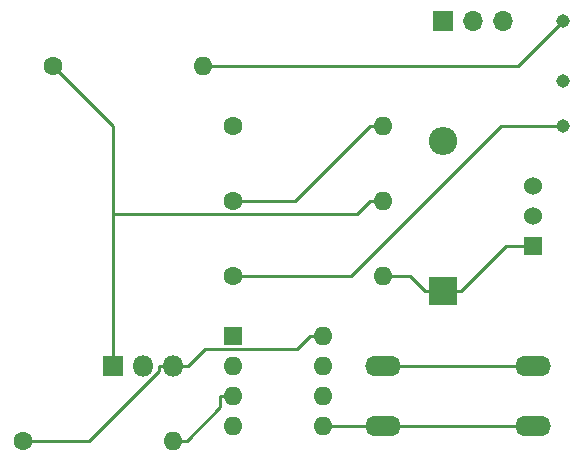
<source format=gbr>
G04 #@! TF.FileFunction,Copper,L1,Top,Signal*
%FSLAX46Y46*%
G04 Gerber Fmt 4.6, Leading zero omitted, Abs format (unit mm)*
G04 Created by KiCad (PCBNEW 4.0.5) date 02/14/17 18:00:51*
%MOMM*%
%LPD*%
G01*
G04 APERTURE LIST*
%ADD10C,0.100000*%
%ADD11R,2.400000X2.400000*%
%ADD12O,2.400000X2.400000*%
%ADD13R,1.600000X1.600000*%
%ADD14O,1.600000X1.600000*%
%ADD15R,1.700000X1.700000*%
%ADD16O,1.700000X1.700000*%
%ADD17C,1.143000*%
%ADD18C,1.524000*%
%ADD19R,1.524000X1.524000*%
%ADD20C,1.600000*%
%ADD21R,1.800000X1.800000*%
%ADD22O,1.800000X1.800000*%
%ADD23O,3.048000X1.727200*%
%ADD24C,0.250000*%
G04 APERTURE END LIST*
D10*
D11*
X179070000Y-124460000D03*
D12*
X179070000Y-111760000D03*
D13*
X161290000Y-128270000D03*
D14*
X168910000Y-135890000D03*
X161290000Y-130810000D03*
X168910000Y-133350000D03*
X161290000Y-133350000D03*
X168910000Y-130810000D03*
X161290000Y-135890000D03*
X168910000Y-128270000D03*
D15*
X179070000Y-101600000D03*
D16*
X181610000Y-101600000D03*
X184150000Y-101600000D03*
D17*
X189230000Y-110490000D03*
X189230000Y-106680000D03*
X189230000Y-101600000D03*
D18*
X186690000Y-118110000D03*
X186690000Y-115570000D03*
D19*
X186690000Y-120650000D03*
D20*
X161290000Y-123190000D03*
D14*
X173990000Y-123190000D03*
D20*
X143510000Y-137160000D03*
D14*
X156210000Y-137160000D03*
D20*
X146050000Y-105410000D03*
D14*
X158750000Y-105410000D03*
D20*
X161290000Y-116840000D03*
D14*
X173990000Y-116840000D03*
D20*
X161290000Y-110490000D03*
D14*
X173990000Y-110490000D03*
D21*
X151130000Y-130810000D03*
D22*
X153670000Y-130810000D03*
X156210000Y-130810000D03*
D23*
X186690000Y-130810000D03*
X186690000Y-135890000D03*
X173990000Y-130810000D03*
X173990000Y-135890000D03*
D24*
X176274700Y-123190000D02*
X177544700Y-124460000D01*
X173990000Y-123190000D02*
X176274700Y-123190000D01*
X179070000Y-124460000D02*
X177544700Y-124460000D01*
X184405300Y-120650000D02*
X180595300Y-124460000D01*
X186690000Y-120650000D02*
X184405300Y-120650000D01*
X179070000Y-124460000D02*
X180595300Y-124460000D01*
X166659400Y-129395300D02*
X167784700Y-128270000D01*
X158850000Y-129395300D02*
X166659400Y-129395300D01*
X157435300Y-130810000D02*
X158850000Y-129395300D01*
X156210000Y-130810000D02*
X157435300Y-130810000D01*
X168910000Y-128270000D02*
X167784700Y-128270000D01*
X154984700Y-131269500D02*
X154984700Y-130810000D01*
X149094200Y-137160000D02*
X154984700Y-131269500D01*
X143510000Y-137160000D02*
X149094200Y-137160000D01*
X156210000Y-130810000D02*
X154984700Y-130810000D01*
X166514700Y-116840000D02*
X161290000Y-116840000D01*
X172864700Y-110490000D02*
X166514700Y-116840000D01*
X173990000Y-110490000D02*
X172864700Y-110490000D01*
X171251200Y-123190000D02*
X161290000Y-123190000D01*
X183951200Y-110490000D02*
X171251200Y-123190000D01*
X189230000Y-110490000D02*
X183951200Y-110490000D01*
X160164700Y-134330600D02*
X160164700Y-133350000D01*
X157335300Y-137160000D02*
X160164700Y-134330600D01*
X156210000Y-137160000D02*
X157335300Y-137160000D01*
X161290000Y-133350000D02*
X160164700Y-133350000D01*
X173990000Y-116840000D02*
X172864700Y-116840000D01*
X171726900Y-117977800D02*
X151130000Y-117977800D01*
X172864700Y-116840000D02*
X171726900Y-117977800D01*
X151130000Y-130810000D02*
X151130000Y-117977800D01*
X151130000Y-110490000D02*
X146050000Y-105410000D01*
X151130000Y-117977800D02*
X151130000Y-110490000D01*
X173990000Y-130810000D02*
X186690000Y-130810000D01*
X173990000Y-135890000D02*
X168910000Y-135890000D01*
X186690000Y-135890000D02*
X173990000Y-135890000D01*
X185420000Y-105410000D02*
X189230000Y-101600000D01*
X158750000Y-105410000D02*
X185420000Y-105410000D01*
M02*

</source>
